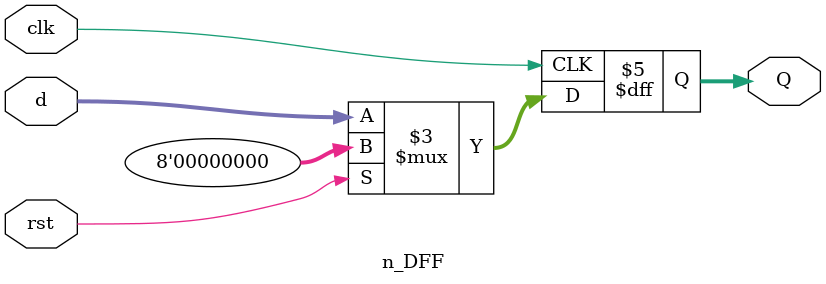
<source format=sv>
module n_DFF #(parameter N = 8) (
    input wire [N-1:0] d,
    input wire clk,
    input wire rst,
    output reg [N-1:0] Q
);
    always@(posedge clk) begin
        if (rst)
            Q <= {N{1'b0}};
        else
            Q <= d;
    end
endmodule
</source>
